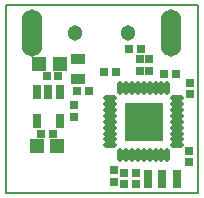
<source format=gbs>
G04*
G04 #@! TF.GenerationSoftware,Altium Limited,Altium Designer,20.1.8 (145)*
G04*
G04 Layer_Color=16711935*
%FSLAX25Y25*%
%MOIN*%
G70*
G04*
G04 #@! TF.SameCoordinates,21FBFEBA-D07F-42F0-8C11-0AAD296DAF8C*
G04*
G04*
G04 #@! TF.FilePolarity,Negative*
G04*
G01*
G75*
%ADD15C,0.00500*%
%ADD27R,0.02769X0.05918*%
%ADD28R,0.02769X0.03162*%
%ADD34R,0.03162X0.02769*%
%ADD38C,0.05131*%
%ADD39O,0.06800X0.15800*%
%ADD57R,0.05131X0.04737*%
%ADD58R,0.04737X0.03556*%
%ADD59R,0.12611X0.12611*%
%ADD60O,0.04540X0.01784*%
%ADD61O,0.01784X0.04540*%
%ADD62R,0.03162X0.05131*%
D15*
X515158Y252559D02*
X579331D01*
X515158Y190110D02*
X579331D01*
X515158D02*
Y252559D01*
X579331Y190110D02*
Y252559D01*
D27*
X567400Y194500D02*
D03*
X572124Y194500D02*
D03*
X562676D02*
D03*
D28*
X559800Y234637D02*
D03*
Y230700D02*
D03*
X563000Y234668D02*
D03*
Y230732D02*
D03*
X537800Y219237D02*
D03*
Y215300D02*
D03*
X551200Y197468D02*
D03*
Y193531D02*
D03*
X576600Y222800D02*
D03*
Y226737D02*
D03*
X576300Y204100D02*
D03*
Y200163D02*
D03*
D34*
X539032Y223900D02*
D03*
X542969D02*
D03*
X528800Y228800D02*
D03*
X532737D02*
D03*
X548032Y230400D02*
D03*
X551969D02*
D03*
X560368Y238100D02*
D03*
X556431D02*
D03*
X567932Y229500D02*
D03*
X571869D02*
D03*
X531037Y209600D02*
D03*
X527100D02*
D03*
X554632Y196600D02*
D03*
X558569D02*
D03*
X558669Y193000D02*
D03*
X554732D02*
D03*
D38*
X538300Y243400D02*
D03*
X556016D02*
D03*
D39*
X523930D02*
D03*
X570387D02*
D03*
D57*
X533146Y232900D02*
D03*
X526453D02*
D03*
X525500Y205600D02*
D03*
X532193D02*
D03*
D58*
X539200Y234593D02*
D03*
Y227900D02*
D03*
D59*
X561200Y213700D02*
D03*
D60*
X572322Y205826D02*
D03*
Y207794D02*
D03*
Y209763D02*
D03*
Y211732D02*
D03*
Y213700D02*
D03*
Y215669D02*
D03*
Y217637D02*
D03*
Y219605D02*
D03*
Y221574D02*
D03*
X550078D02*
D03*
Y219605D02*
D03*
Y217637D02*
D03*
Y215669D02*
D03*
Y213700D02*
D03*
Y211732D02*
D03*
Y209763D02*
D03*
Y207794D02*
D03*
Y205826D02*
D03*
D61*
X569074Y224822D02*
D03*
X567105D02*
D03*
X565137D02*
D03*
X563168D02*
D03*
X561200D02*
D03*
X559232D02*
D03*
X557263D02*
D03*
X555295D02*
D03*
X553326D02*
D03*
Y202578D02*
D03*
X555295D02*
D03*
X557263D02*
D03*
X559232D02*
D03*
X561200D02*
D03*
X563168D02*
D03*
X565137D02*
D03*
X567105D02*
D03*
X569074D02*
D03*
D62*
X525660Y223524D02*
D03*
X529400D02*
D03*
X533140D02*
D03*
Y214076D02*
D03*
X525660D02*
D03*
M02*

</source>
